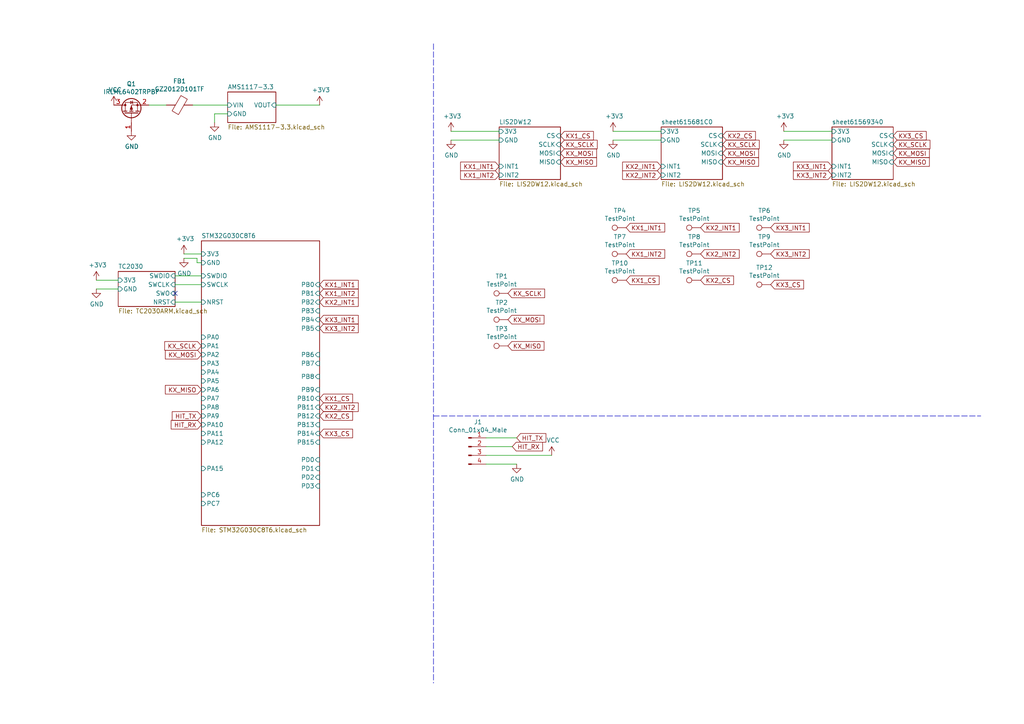
<source format=kicad_sch>
(kicad_sch (version 20231120) (generator "eeschema") (generator_version "8.0")
  (paper "A4")
  (lib_symbols
    (symbol "Connector:TestPoint" (pin_numbers hide) (pin_names (offset 0.762) hide)
      (property "Reference" "TP" (at 0 6.858 0))
      (property "Value" "TestPoint" (at 0 5.08 0))
      (symbol "TestPoint_0_1"
        (circle (center 0 3.302) (radius 0.762))
      )
      (symbol "TestPoint_1_1"
        (pin passive line (at 0 0 90) (length 2.54) (name "1") (number "1"))
      )
    )
    (symbol "Transistor_FET:Si2319CDS" (pin_names hide)
      (property "Reference" "Q" (at 5.08 1.905 0))
      (property "Value" "Si2319CDS" (at 5.08 0 0))
      (symbol "Si2319CDS_0_1"
        (polyline (pts (xy 0.254 0) (xy -2.54 0)))
        (polyline (pts (xy 0.254 1.905) (xy 0.254 -1.905)) (stroke (width 0.254)))
        (polyline (pts (xy 0.762 -1.27) (xy 0.762 -2.286)) (stroke (width 0.254)))
        (polyline (pts (xy 0.762 0.508) (xy 0.762 -0.508)) (stroke (width 0.254)))
        (polyline (pts (xy 0.762 2.286) (xy 0.762 1.27)) (stroke (width 0.254)))
        (polyline (pts (xy 2.54 2.54) (xy 2.54 1.778)))
        (polyline (pts (xy 2.54 -2.54) (xy 2.54 0) (xy 0.762 0)))
        (polyline (pts (xy 0.762 1.778) (xy 3.302 1.778) (xy 3.302 -1.778) (xy 0.762 -1.778)))
        (polyline (pts (xy 2.286 0) (xy 1.27 0.381) (xy 1.27 -0.381) (xy 2.286 0)) (fill (type outline)))
        (polyline (pts (xy 2.794 -0.508) (xy 2.921 -0.381) (xy 3.683 -0.381) (xy 3.81 -0.254)))
        (polyline (pts (xy 3.302 -0.381) (xy 2.921 0.254) (xy 3.683 0.254) (xy 3.302 -0.381)))
        (circle (center 1.651 0) (radius 2.794) (stroke (width 0.254)))
        (circle (center 2.54 -1.778) (radius 0.254) (fill (type outline)))
        (circle (center 2.54 1.778) (radius 0.254) (fill (type outline)))
      )
      (symbol "Si2319CDS_1_1"
        (pin input line (at -5.08 0 0) (length 2.54) (name "G") (number "1"))
        (pin passive line (at 2.54 -5.08 90) (length 2.54) (name "S") (number "2"))
        (pin passive line (at 2.54 5.08 270) (length 2.54) (name "D") (number "3"))
      )
    )
    (symbol "jantteri-hit-detector-rescue:+3.3V-power" (power) (pin_names (offset 0))
      (property "Value" "power_+3.3V" (at 0 3.556 0))
      (symbol "+3.3V-power_0_1"
        (polyline (pts (xy -0.762 1.27) (xy 0 2.54)))
        (polyline (pts (xy 0 0) (xy 0 2.54)))
        (polyline (pts (xy 0 2.54) (xy 0.762 1.27)))
      )
      (symbol "+3.3V-power_1_1"
        (pin power_in line (at 0 0 90) (length 0) hide (name "+3V3") (number "1"))
      )
    )
    (symbol "jantteri-hit-detector-rescue:Conn_01x04_Male-Connector" (pin_names (offset 1.016) hide)
      (property "Reference" "J" (at 0 5.08 0))
      (property "Value" "Connector_Conn_01x04_Male" (at 0 -7.62 0))
      (symbol "Conn_01x04_Male-Connector_1_1"
        (polyline (pts (xy 1.27 -5.08) (xy 0.8636 -5.08)) (stroke (width 0.1524)))
        (polyline (pts (xy 1.27 -2.54) (xy 0.8636 -2.54)) (stroke (width 0.1524)))
        (polyline (pts (xy 1.27 0) (xy 0.8636 0)) (stroke (width 0.1524)))
        (polyline (pts (xy 1.27 2.54) (xy 0.8636 2.54)) (stroke (width 0.1524)))
        (rectangle (start 0.8636 -4.953) (end 0 -5.207) (stroke (width 0.1524)) (fill (type outline)))
        (rectangle (start 0.8636 -2.413) (end 0 -2.667) (stroke (width 0.1524)) (fill (type outline)))
        (rectangle (start 0.8636 0.127) (end 0 -0.127) (stroke (width 0.1524)) (fill (type outline)))
        (rectangle (start 0.8636 2.667) (end 0 2.413) (stroke (width 0.1524)) (fill (type outline)))
        (pin passive line (at 5.08 2.54 180) (length 3.81) (name "Pin_1") (number "1"))
        (pin passive line (at 5.08 0 180) (length 3.81) (name "Pin_2") (number "2"))
        (pin passive line (at 5.08 -2.54 180) (length 3.81) (name "Pin_3") (number "3"))
        (pin passive line (at 5.08 -5.08 180) (length 3.81) (name "Pin_4") (number "4"))
      )
    )
    (symbol "jantteri-hit-detector-rescue:Ferrite_Bead-Device" (pin_numbers hide) (pin_names (offset 0))
      (property "Reference" "FB" (at -3.81 0.635 90))
      (property "Value" "Device_Ferrite_Bead" (at 3.81 0 90))
      (symbol "Ferrite_Bead-Device_0_1"
        (polyline (pts (xy 0 -1.27) (xy 0 -1.2192)))
        (polyline (pts (xy 0 1.27) (xy 0 1.2954)))
        (polyline (pts (xy -2.7686 0.4064) (xy -1.7018 2.2606) (xy 2.7686 -0.3048) (xy 1.6764 -2.159) (xy -2.7686 0.4064)))
      )
      (symbol "Ferrite_Bead-Device_1_1"
        (pin passive line (at 0 3.81 270) (length 2.54) (name "~") (number "1"))
        (pin passive line (at 0 -3.81 90) (length 2.54) (name "~") (number "2"))
      )
    )
    (symbol "jantteri-hit-detector-rescue:GND-power" (power) (pin_names (offset 0))
      (property "Value" "power_GND" (at 0 -3.81 0))
      (symbol "GND-power_0_1"
        (polyline (pts (xy 0 0) (xy 0 -1.27) (xy 1.27 -1.27) (xy 0 -2.54) (xy -1.27 -1.27) (xy 0 -1.27)))
      )
      (symbol "GND-power_1_1"
        (pin power_in line (at 0 0 270) (length 0) hide (name "GND") (number "1"))
      )
    )
    (symbol "jantteri-hit-detector-rescue:VCC-power" (power) (pin_names (offset 0))
      (property "Value" "power_VCC" (at 0 3.81 0))
      (symbol "VCC-power_0_1"
        (polyline (pts (xy -0.762 1.27) (xy 0 2.54)))
        (polyline (pts (xy 0 0) (xy 0 2.54)))
        (polyline (pts (xy 0 2.54) (xy 0.762 1.27)))
      )
      (symbol "VCC-power_1_1"
        (pin power_in line (at 0 0 90) (length 0) hide (name "VCC") (number "1"))
      )
    )
  )
  (no_connect (at 50.8 85.09))
  (polyline (pts (xy 125.73 120.65) (xy 284.48 120.65)) (stroke (width 0) (type dash)))
  (wire (pts (xy 62.23 33.02) (xy 66.04 33.02)))
  (wire (pts (xy 62.23 35.56) (xy 62.23 33.02)))
  (wire (pts (xy 140.97 127) (xy 149.86 127)))
  (wire (pts (xy 34.29 81.28) (xy 27.94 81.28)))
  (wire (pts (xy 57.15 76.2) (xy 58.42 76.2)))
  (wire (pts (xy 57.15 74.93) (xy 57.15 76.2)))
  (wire (pts (xy 140.97 132.08) (xy 160.02 132.08)))
  (wire (pts (xy 177.8 38.1) (xy 191.77 38.1)))
  (wire (pts (xy 50.8 87.63) (xy 58.42 87.63)))
  (wire (pts (xy 55.88 30.48) (xy 66.04 30.48)))
  (wire (pts (xy 43.18 30.48) (xy 48.26 30.48)))
  (wire (pts (xy 50.8 82.55) (xy 58.42 82.55)))
  (wire (pts (xy 53.34 74.93) (xy 57.15 74.93)))
  (wire (pts (xy 50.8 80.01) (xy 58.42 80.01)))
  (wire (pts (xy 149.86 134.62) (xy 140.97 134.62)))
  (wire (pts (xy 148.59 129.54) (xy 140.97 129.54)))
  (wire (pts (xy 241.3 40.64) (xy 227.33 40.64)))
  (wire (pts (xy 227.33 38.1) (xy 241.3 38.1)))
  (wire (pts (xy 191.77 40.64) (xy 177.8 40.64)))
  (polyline (pts (xy 125.73 12.7) (xy 125.73 198.12)) (stroke (width 0) (type dash)))
  (wire (pts (xy 58.42 73.66) (xy 53.34 73.66)))
  (wire (pts (xy 80.01 30.48) (xy 92.71 30.48)))
  (wire (pts (xy 130.81 38.1) (xy 144.78 38.1)))
  (wire (pts (xy 34.29 83.82) (xy 27.94 83.82)))
  (wire (pts (xy 144.78 40.64) (xy 130.81 40.64)))
  (global_label "KX3_INT2" (shape input) (at 223.52 73.66 0) (property "Intersheetrefs" "${INTERSHEET_REFS}" (effects (hide yes))))
  (global_label "KX3_INT2" (shape input) (at 241.3 50.8 180) (property "Intersheetrefs" "${INTERSHEET_REFS}" (effects (hide yes))))
  (global_label "KX_MISO" (shape input) (at 209.55 46.99 0) (property "Intersheetrefs" "${INTERSHEET_REFS}" (effects (hide yes))))
  (global_label "KX2_INT2" (shape input) (at 92.71 118.11 0) (property "Intersheetrefs" "${INTERSHEET_REFS}" (effects (hide yes))))
  (global_label "KX2_INT2" (shape input) (at 191.77 50.8 180) (property "Intersheetrefs" "${INTERSHEET_REFS}" (effects (hide yes))))
  (global_label "KX1_INT2" (shape input) (at 144.78 50.8 180) (property "Intersheetrefs" "${INTERSHEET_REFS}" (effects (hide yes))))
  (global_label "KX2_CS" (shape input) (at 203.2 81.28 0) (property "Intersheetrefs" "${INTERSHEET_REFS}" (effects (hide yes))))
  (global_label "KX1_INT2" (shape input) (at 92.71 85.09 0) (property "Intersheetrefs" "${INTERSHEET_REFS}" (effects (hide yes))))
  (global_label "KX2_CS" (shape input) (at 209.55 39.37 0) (property "Intersheetrefs" "${INTERSHEET_REFS}" (effects (hide yes))))
  (global_label "KX_MOSI" (shape input) (at 259.08 44.45 0) (property "Intersheetrefs" "${INTERSHEET_REFS}" (effects (hide yes))))
  (global_label "KX3_CS" (shape input) (at 92.71 125.73 0) (property "Intersheetrefs" "${INTERSHEET_REFS}" (effects (hide yes))))
  (global_label "KX3_CS" (shape input) (at 259.08 39.37 0) (property "Intersheetrefs" "${INTERSHEET_REFS}" (effects (hide yes))))
  (global_label "KX2_INT1" (shape input) (at 191.77 48.26 180) (property "Intersheetrefs" "${INTERSHEET_REFS}" (effects (hide yes))))
  (global_label "KX3_INT1" (shape input) (at 92.71 92.71 0) (property "Intersheetrefs" "${INTERSHEET_REFS}" (effects (hide yes))))
  (global_label "KX2_INT2" (shape input) (at 203.2 73.66 0) (property "Intersheetrefs" "${INTERSHEET_REFS}" (effects (hide yes))))
  (global_label "KX_SCLK" (shape input) (at 58.42 100.33 180) (property "Intersheetrefs" "${INTERSHEET_REFS}" (effects (hide yes))))
  (global_label "KX_MISO" (shape input) (at 162.56 46.99 0) (property "Intersheetrefs" "${INTERSHEET_REFS}" (effects (hide yes))))
  (global_label "HIT_TX" (shape input) (at 149.86 127 0) (property "Intersheetrefs" "${INTERSHEET_REFS}" (effects (hide yes))))
  (global_label "KX1_CS" (shape input) (at 162.56 39.37 0) (property "Intersheetrefs" "${INTERSHEET_REFS}" (effects (hide yes))))
  (global_label "KX_MOSI" (shape input) (at 209.55 44.45 0) (property "Intersheetrefs" "${INTERSHEET_REFS}" (effects (hide yes))))
  (global_label "HIT_RX" (shape input) (at 148.59 129.54 0) (property "Intersheetrefs" "${INTERSHEET_REFS}" (effects (hide yes))))
  (global_label "KX3_INT1" (shape input) (at 241.3 48.26 180) (property "Intersheetrefs" "${INTERSHEET_REFS}" (effects (hide yes))))
  (global_label "KX3_INT1" (shape input) (at 223.52 66.04 0) (property "Intersheetrefs" "${INTERSHEET_REFS}" (effects (hide yes))))
  (global_label "KX1_INT1" (shape input) (at 144.78 48.26 180) (property "Intersheetrefs" "${INTERSHEET_REFS}" (effects (hide yes))))
  (global_label "KX_MOSI" (shape input) (at 147.32 92.71 0) (property "Intersheetrefs" "${INTERSHEET_REFS}" (effects (hide yes))))
  (global_label "KX_MOSI" (shape input) (at 58.42 102.87 180) (property "Intersheetrefs" "${INTERSHEET_REFS}" (effects (hide yes))))
  (global_label "KX1_INT1" (shape input) (at 92.71 82.55 0) (property "Intersheetrefs" "${INTERSHEET_REFS}" (effects (hide yes))))
  (global_label "KX_MISO" (shape input) (at 259.08 46.99 0) (property "Intersheetrefs" "${INTERSHEET_REFS}" (effects (hide yes))))
  (global_label "KX_SCLK" (shape input) (at 259.08 41.91 0) (property "Intersheetrefs" "${INTERSHEET_REFS}" (effects (hide yes))))
  (global_label "KX_MISO" (shape input) (at 147.32 100.33 0) (property "Intersheetrefs" "${INTERSHEET_REFS}" (effects (hide yes))))
  (global_label "KX1_CS" (shape input) (at 181.61 81.28 0) (property "Intersheetrefs" "${INTERSHEET_REFS}" (effects (hide yes))))
  (global_label "KX2_INT1" (shape input) (at 203.2 66.04 0) (property "Intersheetrefs" "${INTERSHEET_REFS}" (effects (hide yes))))
  (global_label "KX3_INT2" (shape input) (at 92.71 95.25 0) (property "Intersheetrefs" "${INTERSHEET_REFS}" (effects (hide yes))))
  (global_label "KX2_CS" (shape input) (at 92.71 120.65 0) (property "Intersheetrefs" "${INTERSHEET_REFS}" (effects (hide yes))))
  (global_label "KX2_INT1" (shape input) (at 92.71 87.63 0) (property "Intersheetrefs" "${INTERSHEET_REFS}" (effects (hide yes))))
  (global_label "KX_SCLK" (shape input) (at 162.56 41.91 0) (property "Intersheetrefs" "${INTERSHEET_REFS}" (effects (hide yes))))
  (global_label "KX1_INT1" (shape input) (at 181.61 66.04 0) (property "Intersheetrefs" "${INTERSHEET_REFS}" (effects (hide yes))))
  (global_label "KX1_CS" (shape input) (at 92.71 115.57 0) (property "Intersheetrefs" "${INTERSHEET_REFS}" (effects (hide yes))))
  (global_label "KX_SCLK" (shape input) (at 147.32 85.09 0) (property "Intersheetrefs" "${INTERSHEET_REFS}" (effects (hide yes))))
  (global_label "KX_SCLK" (shape input) (at 209.55 41.91 0) (property "Intersheetrefs" "${INTERSHEET_REFS}" (effects (hide yes))))
  (global_label "KX_MOSI" (shape input) (at 162.56 44.45 0) (property "Intersheetrefs" "${INTERSHEET_REFS}" (effects (hide yes))))
  (global_label "HIT_TX" (shape input) (at 58.42 120.65 180) (property "Intersheetrefs" "${INTERSHEET_REFS}" (effects (hide yes))))
  (global_label "KX_MISO" (shape input) (at 58.42 113.03 180) (property "Intersheetrefs" "${INTERSHEET_REFS}" (effects (hide yes))))
  (global_label "HIT_RX" (shape input) (at 58.42 123.19 180) (property "Intersheetrefs" "${INTERSHEET_REFS}" (effects (hide yes))))
  (global_label "KX1_INT2" (shape input) (at 181.61 73.66 0) (property "Intersheetrefs" "${INTERSHEET_REFS}" (effects (hide yes))))
  (global_label "KX3_CS" (shape input) (at 223.52 82.55 0) (property "Intersheetrefs" "${INTERSHEET_REFS}" (effects (hide yes))))
  (symbol (lib_id "jantteri-hit-detector-rescue:Ferrite_Bead-Device") (at 52.07 30.48 270) (unit 1)
    (property "Reference" "FB1" (at 52.07 23.5204 90))
    (property "Value" "GZ2012D101TF" (at 52.07 25.8318 90))
    (property "Footprint" "Inductor_SMD:L_0805_2012Metric" (effects (hide yes)))
    (property "LCSC" "C1015" (effects (hide yes)))
  )
  (symbol (lib_id "jantteri-hit-detector-rescue:GND-power") (at 149.86 134.62 0) (unit 1)
    (property "Reference" "#PWR021" (effects (hide yes)))
    (property "Value" "GND" (at 149.987 139.0142 0))
  )
  (symbol (lib_id "jantteri-hit-detector-rescue:+3.3V-power") (at 130.81 38.1 0) (unit 1)
    (property "Reference" "#PWR06" (effects (hide yes)))
    (property "Value" "+3V3" (at 131.191 33.7058 0))
  )
  (symbol (lib_id "jantteri-hit-detector-rescue:GND-power") (at 130.81 40.64 0) (unit 1)
    (property "Reference" "#PWR09" (effects (hide yes)))
    (property "Value" "GND" (at 130.937 45.0342 0))
  )
  (symbol (lib_id "jantteri-hit-detector-rescue:+3.3V-power") (at 177.8 38.1 0) (unit 1)
    (property "Reference" "#PWR07" (effects (hide yes)))
    (property "Value" "+3V3" (at 178.181 33.7058 0))
  )
  (symbol (lib_id "jantteri-hit-detector-rescue:GND-power") (at 177.8 40.64 0) (unit 1)
    (property "Reference" "#PWR010" (effects (hide yes)))
    (property "Value" "GND" (at 177.927 45.0342 0))
  )
  (symbol (lib_id "jantteri-hit-detector-rescue:+3.3V-power") (at 227.33 38.1 0) (unit 1)
    (property "Reference" "#PWR08" (effects (hide yes)))
    (property "Value" "+3V3" (at 227.711 33.7058 0))
  )
  (symbol (lib_id "jantteri-hit-detector-rescue:GND-power") (at 227.33 40.64 0) (unit 1)
    (property "Reference" "#PWR011" (effects (hide yes)))
    (property "Value" "GND" (at 227.457 45.0342 0))
  )
  (symbol (lib_id "jantteri-hit-detector-rescue:+3.3V-power") (at 92.71 30.48 0) (unit 1)
    (property "Reference" "#PWR04" (effects (hide yes)))
    (property "Value" "+3V3" (at 93.091 26.0858 0))
  )
  (symbol (lib_id "jantteri-hit-detector-rescue:GND-power") (at 62.23 35.56 0) (unit 1)
    (property "Reference" "#PWR05" (effects (hide yes)))
    (property "Value" "GND" (at 62.357 39.9542 0))
  )
  (symbol (lib_id "jantteri-hit-detector-rescue:VCC-power") (at 160.02 132.08 0) (unit 1)
    (property "Reference" "#PWR020" (effects (hide yes)))
    (property "Value" "VCC" (at 160.401 127.6858 0))
  )
  (symbol (lib_id "jantteri-hit-detector-rescue:VCC-power") (at 33.02 30.48 0) (unit 1)
    (property "Reference" "#PWR01" (effects (hide yes)))
    (property "Value" "VCC" (at 33.401 26.0858 0))
  )
  (symbol (lib_id "jantteri-hit-detector-rescue:+3.3V-power") (at 27.94 81.28 0) (unit 1)
    (property "Reference" "#PWR013" (effects (hide yes)))
    (property "Value" "+3V3" (at 28.321 76.8858 0))
  )
  (symbol (lib_id "jantteri-hit-detector-rescue:GND-power") (at 27.94 83.82 0) (unit 1)
    (property "Reference" "#PWR014" (effects (hide yes)))
    (property "Value" "GND" (at 28.067 88.2142 0))
  )
  (symbol (lib_id "jantteri-hit-detector-rescue:+3.3V-power") (at 53.34 73.66 0) (unit 1)
    (property "Reference" "#PWR0101" (effects (hide yes)))
    (property "Value" "+3V3" (at 53.721 69.2658 0))
  )
  (symbol (lib_id "jantteri-hit-detector-rescue:GND-power") (at 53.34 74.93 0) (unit 1)
    (property "Reference" "#PWR0102" (effects (hide yes)))
    (property "Value" "GND" (at 53.467 79.3242 0))
  )
  (symbol (lib_id "jantteri-hit-detector-rescue:Conn_01x04_Male-Connector") (at 135.89 129.54 0) (unit 1)
    (property "Reference" "J1" (at 138.6332 122.4026 0))
    (property "Value" "Conn_01x04_Male" (at 138.6332 124.714 0))
    (property "Footprint" "Connector_JST2:JST_ZH_B4B-ZR_1x04_P1.50mm_Vertical" (effects (hide yes)))
  )
  (symbol (lib_id "Connector:TestPoint") (at 147.32 85.09 90) (unit 1)
    (property "Reference" "TP1" (at 145.4912 80.137 90))
    (property "Value" "TestPoint" (at 145.4912 82.4484 90))
    (property "Footprint" "TestPoint:TestPoint_Pad_D1.0mm" (effects (hide yes)))
  )
  (symbol (lib_id "Connector:TestPoint") (at 147.32 92.71 90) (unit 1)
    (property "Reference" "TP2" (at 145.4912 87.757 90))
    (property "Value" "TestPoint" (at 145.4912 90.0684 90))
    (property "Footprint" "TestPoint:TestPoint_Pad_D1.0mm" (effects (hide yes)))
  )
  (symbol (lib_id "Connector:TestPoint") (at 147.32 100.33 90) (unit 1)
    (property "Reference" "TP3" (at 145.4912 95.377 90))
    (property "Value" "TestPoint" (at 145.4912 97.6884 90))
    (property "Footprint" "TestPoint:TestPoint_Pad_D1.0mm" (effects (hide yes)))
  )
  (symbol (lib_id "Connector:TestPoint") (at 181.61 66.04 90) (unit 1)
    (property "Reference" "TP4" (at 179.7812 61.087 90))
    (property "Value" "TestPoint" (at 179.7812 63.3984 90))
    (property "Footprint" "TestPoint:TestPoint_Pad_D1.0mm" (effects (hide yes)))
  )
  (symbol (lib_id "Connector:TestPoint") (at 181.61 73.66 90) (unit 1)
    (property "Reference" "TP7" (at 179.7812 68.707 90))
    (property "Value" "TestPoint" (at 179.7812 71.0184 90))
    (property "Footprint" "TestPoint:TestPoint_Pad_D1.0mm" (effects (hide yes)))
  )
  (symbol (lib_id "Connector:TestPoint") (at 203.2 66.04 90) (unit 1)
    (property "Reference" "TP5" (at 201.3712 61.087 90))
    (property "Value" "TestPoint" (at 201.3712 63.3984 90))
    (property "Footprint" "TestPoint:TestPoint_Pad_D1.0mm" (effects (hide yes)))
  )
  (symbol (lib_id "Connector:TestPoint") (at 223.52 66.04 90) (unit 1)
    (property "Reference" "TP6" (at 221.6912 61.087 90))
    (property "Value" "TestPoint" (at 221.6912 63.3984 90))
    (property "Footprint" "TestPoint:TestPoint_Pad_D1.0mm" (effects (hide yes)))
  )
  (symbol (lib_id "Connector:TestPoint") (at 223.52 73.66 90) (unit 1)
    (property "Reference" "TP9" (at 221.6912 68.707 90))
    (property "Value" "TestPoint" (at 221.6912 71.0184 90))
    (property "Footprint" "TestPoint:TestPoint_Pad_D1.0mm" (effects (hide yes)))
  )
  (symbol (lib_id "Connector:TestPoint") (at 181.61 81.28 90) (unit 1)
    (property "Reference" "TP10" (at 179.7812 76.327 90))
    (property "Value" "TestPoint" (at 179.7812 78.6384 90))
    (property "Footprint" "TestPoint:TestPoint_Pad_D1.0mm" (effects (hide yes)))
  )
  (symbol (lib_id "Connector:TestPoint") (at 203.2 73.66 90) (unit 1)
    (property "Reference" "TP8" (at 201.3712 68.707 90))
    (property "Value" "TestPoint" (at 201.3712 71.0184 90))
    (property "Footprint" "TestPoint:TestPoint_Pad_D1.0mm" (effects (hide yes)))
  )
  (symbol (lib_id "Connector:TestPoint") (at 203.2 81.28 90) (unit 1)
    (property "Reference" "TP11" (at 201.3712 76.327 90))
    (property "Value" "TestPoint" (at 201.3712 78.6384 90))
    (property "Footprint" "TestPoint:TestPoint_Pad_D1.0mm" (effects (hide yes)))
  )
  (symbol (lib_id "Connector:TestPoint") (at 223.52 82.55 90) (unit 1)
    (property "Reference" "TP12" (at 221.6912 77.597 90))
    (property "Value" "TestPoint" (at 221.6912 79.9084 90))
    (property "Footprint" "TestPoint:TestPoint_Pad_D1.0mm" (effects (hide yes)))
  )
  (symbol (lib_id "Transistor_FET:Si2319CDS") (at 38.1 33.02 90) (unit 1)
    (property "Reference" "Q1" (at 38.1 24.3332 90))
    (property "Value" "IRLML6402TRPBF" (at 38.1 26.6446 90))
    (property "Footprint" "Package_TO_SOT_SMD:SOT-23" (effects (hide yes)))
    (property "Datasheet" "http://www.vishay.com/docs/66709/si2319cd.pdf" (effects (hide yes)))
    (property "LCSC" "C2593" (effects (hide yes)))
  )
  (symbol (lib_id "jantteri-hit-detector-rescue:GND-power") (at 38.1 38.1 0) (unit 1)
    (property "Reference" "#PWR0103" (effects (hide yes)))
    (property "Value" "GND" (at 38.227 42.4942 0))
  )
  (sheet (at 58.42 69.85) (size 34.29 82.55)
    (property "Sheetname" "STM32G030C8T6" (at 58.42 69.1384 0) (effects (justify left bottom)))
    (property "Sheetfile" "STM32G030C8T6.kicad_sch" (at 58.42 152.9846 0) (effects (justify left top)))
    (pin "3V3" input (at 58.42 73.66 180))
    (pin "GND" input (at 58.42 76.2 180))
    (pin "NRST" input (at 58.42 87.63 180))
    (pin "SWDIO" input (at 58.42 80.01 180))
    (pin "SWCLK" input (at 58.42 82.55 180))
    (pin "PB13" input (at 92.71 123.19 0))
    (pin "PB14" input (at 92.71 125.73 0))
    (pin "PB15" input (at 92.71 128.27 0))
    (pin "PA8" input (at 58.42 118.11 180))
    (pin "PC6" input (at 58.42 143.51 180))
    (pin "PC7" input (at 58.42 146.05 180))
    (pin "PA11" input (at 58.42 125.73 180))
    (pin "PA12" input (at 58.42 128.27 180))
    (pin "PA15" input (at 58.42 135.89 180))
    (pin "PD0" input (at 92.71 133.35 0))
    (pin "PD1" input (at 92.71 135.89 0))
    (pin "PD2" input (at 92.71 138.43 0))
    (pin "PD3" input (at 92.71 140.97 0))
    (pin "PB3" input (at 92.71 90.17 0))
    (pin "PB4" input (at 92.71 92.71 0))
    (pin "PB5" input (at 92.71 95.25 0))
    (pin "PB8" input (at 92.71 109.22 0))
    (pin "PB9" input (at 92.71 113.03 0))
    (pin "PA0" input (at 58.42 97.79 180))
    (pin "PA1" input (at 58.42 100.33 180))
    (pin "PA2" input (at 58.42 102.87 180))
    (pin "PA3" input (at 58.42 105.41 180))
    (pin "PA4" input (at 58.42 107.95 180))
    (pin "PA5" input (at 58.42 110.49 180))
    (pin "PA6" input (at 58.42 113.03 180))
    (pin "PA7" input (at 58.42 115.57 180))
    (pin "PB0" input (at 92.71 82.55 0))
    (pin "PB1" input (at 92.71 85.09 0))
    (pin "PB2" input (at 92.71 87.63 0))
    (pin "PB10" input (at 92.71 115.57 0))
    (pin "PB11" input (at 92.71 118.11 0))
    (pin "PB12" input (at 92.71 120.65 0))
    (pin "PA9" input (at 58.42 120.65 180))
    (pin "PA10" input (at 58.42 123.19 180))
    (pin "PB7" input (at 92.71 105.41 0))
    (pin "PB6" input (at 92.71 102.87 0))
  )
  (sheet (at 66.04 26.67) (size 13.97 8.89)
    (property "Sheetname" "AMS1117-3.3" (at 66.04 25.9584 0) (effects (justify left bottom)))
    (property "Sheetfile" "AMS1117-3.3.kicad_sch" (at 66.04 36.1446 0) (effects (justify left top)))
    (pin "VIN" input (at 66.04 30.48 180))
    (pin "VOUT" input (at 80.01 30.48 0))
    (pin "GND" input (at 66.04 33.02 180))
  )
  (sheet (at 144.78 36.83) (size 17.78 15.24)
    (property "Sheetname" "LIS2DW12" (at 144.78 36.1184 0) (effects (justify left bottom)))
    (property "Sheetfile" "LIS2DW12.kicad_sch" (at 144.78 52.6546 0) (effects (justify left top)))
    (pin "GND" input (at 144.78 40.64 180))
    (pin "3V3" input (at 144.78 38.1 180))
    (pin "CS" input (at 162.56 39.37 0))
    (pin "SCLK" input (at 162.56 41.91 0))
    (pin "MOSI" input (at 162.56 44.45 0))
    (pin "MISO" input (at 162.56 46.99 0))
    (pin "INT1" input (at 144.78 48.26 180))
    (pin "INT2" input (at 144.78 50.8 180))
  )
  (sheet (at 191.77 36.83) (size 17.78 15.24)
    (property "Sheetname" "sheet615681C0" (at 191.77 36.1184 0) (effects (justify left bottom)))
    (property "Sheetfile" "LIS2DW12.kicad_sch" (at 191.77 52.6546 0) (effects (justify left top)))
    (pin "GND" input (at 191.77 40.64 180))
    (pin "3V3" input (at 191.77 38.1 180))
    (pin "CS" input (at 209.55 39.37 0))
    (pin "SCLK" input (at 209.55 41.91 0))
    (pin "MOSI" input (at 209.55 44.45 0))
    (pin "MISO" input (at 209.55 46.99 0))
    (pin "INT1" input (at 191.77 48.26 180))
    (pin "INT2" input (at 191.77 50.8 180))
  )
  (sheet (at 241.3 36.83) (size 17.78 15.24)
    (property "Sheetname" "sheet61569340" (at 241.3 36.1184 0) (effects (justify left bottom)))
    (property "Sheetfile" "LIS2DW12.kicad_sch" (at 241.3 52.6546 0) (effects (justify left top)))
    (pin "GND" input (at 241.3 40.64 180))
    (pin "3V3" input (at 241.3 38.1 180))
    (pin "CS" input (at 259.08 39.37 0))
    (pin "SCLK" input (at 259.08 41.91 0))
    (pin "MOSI" input (at 259.08 44.45 0))
    (pin "MISO" input (at 259.08 46.99 0))
    (pin "INT1" input (at 241.3 48.26 180))
    (pin "INT2" input (at 241.3 50.8 180))
  )
  (sheet (at 34.29 78.74) (size 16.51 10.16)
    (property "Sheetname" "TC2030" (at 34.29 78.0284 0) (effects (justify left bottom)))
    (property "Sheetfile" "TC2030ARM.kicad_sch" (at 34.29 89.4846 0) (effects (justify left top)))
    (pin "3V3" input (at 34.29 81.28 180))
    (pin "GND" input (at 34.29 83.82 180))
    (pin "SWDIO" input (at 50.8 80.01 0))
    (pin "SWCLK" input (at 50.8 82.55 0))
    (pin "SWO" input (at 50.8 85.09 0))
    (pin "NRST" input (at 50.8 87.63 0))
  )
)
</source>
